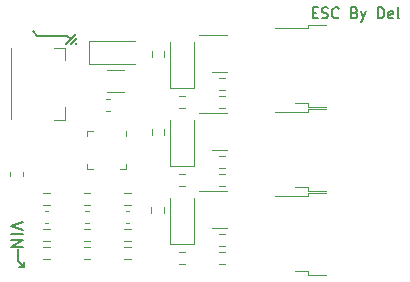
<source format=gbr>
%TF.GenerationSoftware,KiCad,Pcbnew,(6.0.5)*%
%TF.CreationDate,2023-01-29T08:36:09+08:00*%
%TF.ProjectId,Brushless_ESC_STC_V2,42727573-686c-4657-9373-5f4553435f53,rev?*%
%TF.SameCoordinates,Original*%
%TF.FileFunction,Legend,Top*%
%TF.FilePolarity,Positive*%
%FSLAX46Y46*%
G04 Gerber Fmt 4.6, Leading zero omitted, Abs format (unit mm)*
G04 Created by KiCad (PCBNEW (6.0.5)) date 2023-01-29 08:36:09*
%MOMM*%
%LPD*%
G01*
G04 APERTURE LIST*
%ADD10C,0.150000*%
%ADD11C,0.120000*%
G04 APERTURE END LIST*
D10*
X104836571Y-110806714D02*
X105136571Y-110806714D01*
X105265142Y-111278142D02*
X104836571Y-111278142D01*
X104836571Y-110378142D01*
X105265142Y-110378142D01*
X105608000Y-111235285D02*
X105736571Y-111278142D01*
X105950857Y-111278142D01*
X106036571Y-111235285D01*
X106079428Y-111192428D01*
X106122285Y-111106714D01*
X106122285Y-111021000D01*
X106079428Y-110935285D01*
X106036571Y-110892428D01*
X105950857Y-110849571D01*
X105779428Y-110806714D01*
X105693714Y-110763857D01*
X105650857Y-110721000D01*
X105608000Y-110635285D01*
X105608000Y-110549571D01*
X105650857Y-110463857D01*
X105693714Y-110421000D01*
X105779428Y-110378142D01*
X105993714Y-110378142D01*
X106122285Y-110421000D01*
X107022285Y-111192428D02*
X106979428Y-111235285D01*
X106850857Y-111278142D01*
X106765142Y-111278142D01*
X106636571Y-111235285D01*
X106550857Y-111149571D01*
X106508000Y-111063857D01*
X106465142Y-110892428D01*
X106465142Y-110763857D01*
X106508000Y-110592428D01*
X106550857Y-110506714D01*
X106636571Y-110421000D01*
X106765142Y-110378142D01*
X106850857Y-110378142D01*
X106979428Y-110421000D01*
X107022285Y-110463857D01*
X108393714Y-110806714D02*
X108522285Y-110849571D01*
X108565142Y-110892428D01*
X108608000Y-110978142D01*
X108608000Y-111106714D01*
X108565142Y-111192428D01*
X108522285Y-111235285D01*
X108436571Y-111278142D01*
X108093714Y-111278142D01*
X108093714Y-110378142D01*
X108393714Y-110378142D01*
X108479428Y-110421000D01*
X108522285Y-110463857D01*
X108565142Y-110549571D01*
X108565142Y-110635285D01*
X108522285Y-110721000D01*
X108479428Y-110763857D01*
X108393714Y-110806714D01*
X108093714Y-110806714D01*
X108908000Y-110678142D02*
X109122285Y-111278142D01*
X109336571Y-110678142D02*
X109122285Y-111278142D01*
X109036571Y-111492428D01*
X108993714Y-111535285D01*
X108908000Y-111578142D01*
X110365142Y-111278142D02*
X110365142Y-110378142D01*
X110579428Y-110378142D01*
X110708000Y-110421000D01*
X110793714Y-110506714D01*
X110836571Y-110592428D01*
X110879428Y-110763857D01*
X110879428Y-110892428D01*
X110836571Y-111063857D01*
X110793714Y-111149571D01*
X110708000Y-111235285D01*
X110579428Y-111278142D01*
X110365142Y-111278142D01*
X111608000Y-111235285D02*
X111522285Y-111278142D01*
X111350857Y-111278142D01*
X111265142Y-111235285D01*
X111222285Y-111149571D01*
X111222285Y-110806714D01*
X111265142Y-110721000D01*
X111350857Y-110678142D01*
X111522285Y-110678142D01*
X111608000Y-110721000D01*
X111650857Y-110806714D01*
X111650857Y-110892428D01*
X111222285Y-110978142D01*
X112165142Y-111278142D02*
X112079428Y-111235285D01*
X112036571Y-111149571D01*
X112036571Y-110378142D01*
X81534000Y-112776000D02*
X81153000Y-112395000D01*
X84391500Y-113030000D02*
X84074000Y-112776000D01*
X84836000Y-112585500D02*
X83947000Y-113474500D01*
X84074000Y-112776000D02*
X81534000Y-112776000D01*
X80391000Y-132334000D02*
X80010000Y-132334000D01*
X79883000Y-131826000D02*
X80391000Y-132334000D01*
X84899500Y-112966500D02*
X84391500Y-113474500D01*
X84899500Y-113347500D02*
X84772500Y-113474500D01*
X79883000Y-130810000D02*
X79883000Y-131826000D01*
X80391000Y-132334000D02*
X80391000Y-131953000D01*
X80303619Y-128571761D02*
X79303619Y-128905095D01*
X80303619Y-129238428D01*
X79303619Y-129571761D02*
X80303619Y-129571761D01*
X79303619Y-130047952D02*
X80303619Y-130047952D01*
X79303619Y-130619380D01*
X80303619Y-130619380D01*
D11*
%TO.C,R2*%
X92240000Y-121158724D02*
X92240000Y-120649276D01*
X91195000Y-121158724D02*
X91195000Y-120649276D01*
%TO.C,C10*%
X85578733Y-127633000D02*
X85871267Y-127633000D01*
X85578733Y-128653000D02*
X85871267Y-128653000D01*
%TO.C,R1*%
X91195000Y-114554724D02*
X91195000Y-114045276D01*
X92240000Y-114554724D02*
X92240000Y-114045276D01*
%TO.C,J4*%
X83831000Y-113792000D02*
X82942000Y-113792000D01*
X83831000Y-114840000D02*
X83831000Y-113792000D01*
X83831000Y-119888000D02*
X83831000Y-118840000D01*
X83831000Y-119888000D02*
X82942000Y-119888000D01*
X79259000Y-113840000D02*
X79259000Y-119840000D01*
%TO.C,C12*%
X89300267Y-127633000D02*
X89007733Y-127633000D01*
X89300267Y-128653000D02*
X89007733Y-128653000D01*
%TO.C,D2*%
X92749500Y-117185000D02*
X94749500Y-117185000D01*
X94749500Y-117185000D02*
X94749500Y-113285000D01*
X92749500Y-117185000D02*
X92749500Y-113285000D01*
%TO.C,R21*%
X82041276Y-127141500D02*
X82550724Y-127141500D01*
X82041276Y-126096500D02*
X82550724Y-126096500D01*
%TO.C,R5*%
X96923776Y-123966500D02*
X97433224Y-123966500D01*
X96923776Y-122921500D02*
X97433224Y-122921500D01*
%TO.C,Q2*%
X96924500Y-122464000D02*
X97574500Y-122464000D01*
X96924500Y-119344000D02*
X95249500Y-119344000D01*
X96924500Y-122464000D02*
X96274500Y-122464000D01*
X96924500Y-119344000D02*
X97574500Y-119344000D01*
%TO.C,Q3*%
X96924500Y-125948000D02*
X95249500Y-125948000D01*
X96924500Y-129068000D02*
X96274500Y-129068000D01*
X96924500Y-129068000D02*
X97574500Y-129068000D01*
X96924500Y-125948000D02*
X97574500Y-125948000D01*
%TO.C,R10*%
X97433224Y-118886500D02*
X96923776Y-118886500D01*
X97433224Y-117841500D02*
X96923776Y-117841500D01*
%TO.C,Q6*%
X105964000Y-118978000D02*
X104464000Y-118978000D01*
X104464000Y-125878000D02*
X104464000Y-125608000D01*
X105964000Y-125878000D02*
X104464000Y-125878000D01*
X104464000Y-125608000D02*
X103364000Y-125608000D01*
X104464000Y-119248000D02*
X101634000Y-119248000D01*
X104464000Y-118978000D02*
X104464000Y-119248000D01*
%TO.C,D1*%
X85888000Y-115173000D02*
X89788000Y-115173000D01*
X85888000Y-113173000D02*
X85888000Y-115173000D01*
X85888000Y-113173000D02*
X89788000Y-113173000D01*
%TO.C,R13*%
X89408724Y-131713500D02*
X88899276Y-131713500D01*
X89408724Y-130668500D02*
X88899276Y-130668500D01*
%TO.C,C8*%
X82442267Y-127633000D02*
X82149733Y-127633000D01*
X82442267Y-128653000D02*
X82149733Y-128653000D01*
%TO.C,C3*%
X79246000Y-124606267D02*
X79246000Y-124313733D01*
X80266000Y-124606267D02*
X80266000Y-124313733D01*
%TO.C,R18*%
X89408724Y-130189500D02*
X88899276Y-130189500D01*
X89408724Y-129144500D02*
X88899276Y-129144500D01*
%TO.C,R4*%
X96923776Y-117362500D02*
X97433224Y-117362500D01*
X96923776Y-116317500D02*
X97433224Y-116317500D01*
%TO.C,U1*%
X85766000Y-121268000D02*
X85766000Y-120818000D01*
X85766000Y-123588000D02*
X85766000Y-124038000D01*
X85766000Y-124038000D02*
X86216000Y-124038000D01*
X85766000Y-120818000D02*
X86216000Y-120818000D01*
X88986000Y-121268000D02*
X88986000Y-120818000D01*
X88986000Y-124038000D02*
X88536000Y-124038000D01*
X88986000Y-123588000D02*
X88986000Y-124038000D01*
%TO.C,Q1*%
X96924500Y-115860000D02*
X97574500Y-115860000D01*
X96924500Y-112740000D02*
X97574500Y-112740000D01*
X96924500Y-115860000D02*
X96274500Y-115860000D01*
X96924500Y-112740000D02*
X95249500Y-112740000D01*
%TO.C,D3*%
X92749500Y-123789000D02*
X94749500Y-123789000D01*
X94749500Y-123789000D02*
X94749500Y-119889000D01*
X92749500Y-123789000D02*
X92749500Y-119889000D01*
%TO.C,R11*%
X97433224Y-124445500D02*
X96923776Y-124445500D01*
X97433224Y-125490500D02*
X96923776Y-125490500D01*
%TO.C,Q8*%
X104464000Y-132990000D02*
X104464000Y-132720000D01*
X104464000Y-126090000D02*
X104464000Y-126360000D01*
X104464000Y-126360000D02*
X101634000Y-126360000D01*
X105964000Y-132990000D02*
X104464000Y-132990000D01*
X105964000Y-126090000D02*
X104464000Y-126090000D01*
X104464000Y-132720000D02*
X103364000Y-132720000D01*
%TO.C,R3*%
X92216500Y-127762724D02*
X92216500Y-127253276D01*
X91171500Y-127762724D02*
X91171500Y-127253276D01*
%TO.C,R14*%
X85470276Y-130668500D02*
X85979724Y-130668500D01*
X85470276Y-131713500D02*
X85979724Y-131713500D01*
%TO.C,R8*%
X93494776Y-124445500D02*
X94004224Y-124445500D01*
X93494776Y-125490500D02*
X94004224Y-125490500D01*
%TO.C,C1*%
X87426748Y-117496000D02*
X88849252Y-117496000D01*
X87426748Y-115676000D02*
X88849252Y-115676000D01*
%TO.C,R15*%
X82550724Y-131713500D02*
X82041276Y-131713500D01*
X82550724Y-130668500D02*
X82041276Y-130668500D01*
%TO.C,Q4*%
X104464000Y-118496000D02*
X103364000Y-118496000D01*
X104464000Y-111866000D02*
X104464000Y-112136000D01*
X104464000Y-112136000D02*
X101634000Y-112136000D01*
X104464000Y-118766000D02*
X104464000Y-118496000D01*
X105964000Y-111866000D02*
X104464000Y-111866000D01*
X105964000Y-118766000D02*
X104464000Y-118766000D01*
%TO.C,R6*%
X96923776Y-129525500D02*
X97433224Y-129525500D01*
X96923776Y-130570500D02*
X97433224Y-130570500D01*
%TO.C,C2*%
X87356733Y-119128000D02*
X87649267Y-119128000D01*
X87356733Y-118108000D02*
X87649267Y-118108000D01*
%TO.C,R12*%
X97409724Y-131049500D02*
X96900276Y-131049500D01*
X97409724Y-132094500D02*
X96900276Y-132094500D01*
%TO.C,D4*%
X94749500Y-130393000D02*
X94749500Y-126493000D01*
X92749500Y-130393000D02*
X92749500Y-126493000D01*
X92749500Y-130393000D02*
X94749500Y-130393000D01*
%TO.C,R9*%
X93494776Y-132094500D02*
X94004224Y-132094500D01*
X93494776Y-131049500D02*
X94004224Y-131049500D01*
%TO.C,R7*%
X93494776Y-118886500D02*
X94004224Y-118886500D01*
X93494776Y-117841500D02*
X94004224Y-117841500D01*
%TO.C,R17*%
X85470276Y-130189500D02*
X85979724Y-130189500D01*
X85470276Y-129144500D02*
X85979724Y-129144500D01*
%TO.C,R20*%
X85979724Y-127141500D02*
X85470276Y-127141500D01*
X85979724Y-126096500D02*
X85470276Y-126096500D01*
%TO.C,R19*%
X88899276Y-126096500D02*
X89408724Y-126096500D01*
X88899276Y-127141500D02*
X89408724Y-127141500D01*
%TO.C,R16*%
X82550724Y-129144500D02*
X82041276Y-129144500D01*
X82550724Y-130189500D02*
X82041276Y-130189500D01*
%TD*%
M02*

</source>
